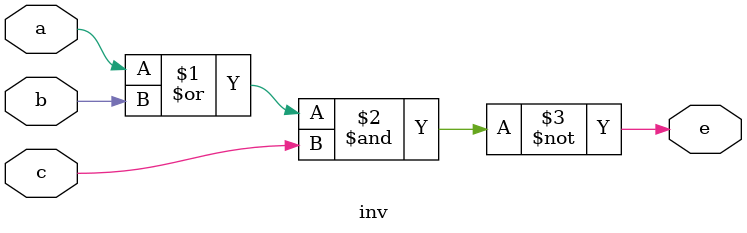
<source format=v>
`timescale 1ns / 1ps


module inv(
    input a, b, c,
    output e
    );
    assign e = ~(((a)|(b))&c);
    
endmodule

</source>
